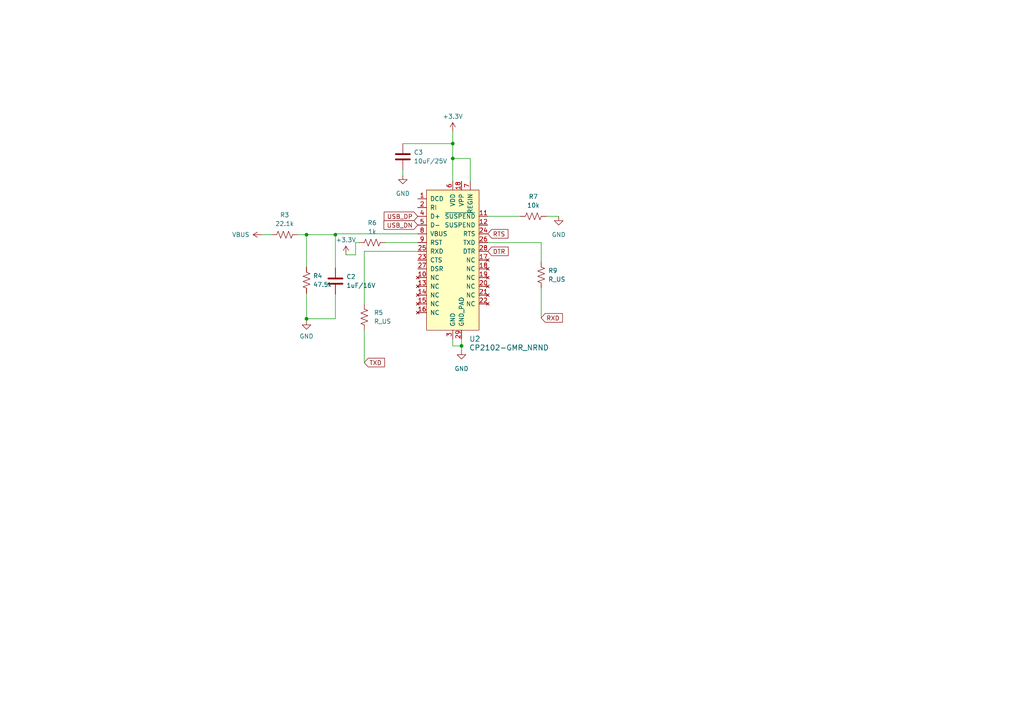
<source format=kicad_sch>
(kicad_sch (version 20230121) (generator eeschema)
  (paper "A4")
  (lib_symbols
    (symbol "Device:C" (pin_numbers hide) (pin_names (offset 0.254))
      (property "Reference" "C" (at 0.635 2.54 0))
      (property "Value" "C" (at 0.635 -2.54 0))
      (symbol "C_0_1"
        (polyline (pts (xy -2.032 -0.762) (xy 2.032 -0.762)) (stroke (width 0.508)))
        (polyline (pts (xy -2.032 0.762) (xy 2.032 0.762)) (stroke (width 0.508)))
      )
      (symbol "C_1_1"
        (pin passive line (at 0 3.81 270) (length 2.794) (name "~") (number "1"))
        (pin passive line (at 0 -3.81 90) (length 2.794) (name "~") (number "2"))
      )
    )
    (symbol "Device:R_US" (pin_numbers hide) (pin_names (offset 0))
      (property "Reference" "R" (at 2.54 0 90))
      (property "Value" "R_US" (at -2.54 0 90))
      (symbol "R_US_0_1"
        (polyline (pts (xy 0 -2.286) (xy 0 -2.54)))
        (polyline (pts (xy 0 2.286) (xy 0 2.54)))
        (polyline (pts (xy 0 -0.762) (xy 1.016 -1.143) (xy 0 -1.524) (xy -1.016 -1.905) (xy 0 -2.286)))
        (polyline (pts (xy 0 0.762) (xy 1.016 0.381) (xy 0 0) (xy -1.016 -0.381) (xy 0 -0.762)))
        (polyline (pts (xy 0 2.286) (xy 1.016 1.905) (xy 0 1.524) (xy -1.016 1.143) (xy 0 0.762)))
      )
      (symbol "R_US_1_1"
        (pin passive line (at 0 3.81 270) (length 1.27) (name "~") (number "1"))
        (pin passive line (at 0 -3.81 90) (length 1.27) (name "~") (number "2"))
      )
    )
    (symbol "dk_Interface-Controllers:CP2102-GMR_NRND" (pin_names (offset 1.016))
      (property "Reference" "U" (at -2.54 19.05 0))
      (property "Value" "CP2102-GMR_NRND" (at 2.54 -5.08 90))
      (symbol "CP2102-GMR_NRND_0_1"
        (rectangle (start -5.08 17.78) (end 10.16 -22.86) (fill (type background)))
      )
      (symbol "CP2102-GMR_NRND_1_1"
        (pin input line (at -7.62 15.24 0) (length 2.54) (name "DCD") (number "1"))
        (pin no_connect line (at -7.62 -7.62 0) (length 2.54) (name "NC") (number "10"))
        (pin output line (at 12.7 10.16 180) (length 2.54) (name "~{SUSPEND}") (number "11"))
        (pin output line (at 12.7 7.62 180) (length 2.54) (name "SUSPEND") (number "12"))
        (pin no_connect line (at -7.62 -10.16 0) (length 2.54) (name "NC") (number "13"))
        (pin no_connect line (at -7.62 -12.7 0) (length 2.54) (name "NC") (number "14"))
        (pin no_connect line (at -7.62 -15.24 0) (length 2.54) (name "NC") (number "15"))
        (pin no_connect line (at -7.62 -17.78 0) (length 2.54) (name "NC") (number "16"))
        (pin no_connect line (at 12.7 -2.54 180) (length 2.54) (name "NC") (number "17"))
        (pin no_connect line (at 12.7 -5.08 180) (length 2.54) (name "NC") (number "18"))
        (pin power_in line (at 5.08 20.32 270) (length 2.54) (name "VPP") (number "18"))
        (pin no_connect line (at 12.7 -7.62 180) (length 2.54) (name "NC") (number "19"))
        (pin input line (at -7.62 12.7 0) (length 2.54) (name "RI") (number "2"))
        (pin no_connect line (at 12.7 -10.16 180) (length 2.54) (name "NC") (number "20"))
        (pin no_connect line (at 12.7 -12.7 180) (length 2.54) (name "NC") (number "21"))
        (pin no_connect line (at 12.7 -15.24 180) (length 2.54) (name "NC") (number "22"))
        (pin input line (at -7.62 -2.54 0) (length 2.54) (name "CTS") (number "23"))
        (pin output line (at 12.7 5.08 180) (length 2.54) (name "RTS") (number "24"))
        (pin input line (at -7.62 0 0) (length 2.54) (name "RXD") (number "25"))
        (pin output line (at 12.7 2.54 180) (length 2.54) (name "TXD") (number "26"))
        (pin input line (at -7.62 -5.08 0) (length 2.54) (name "DSR") (number "27"))
        (pin output line (at 12.7 0 180) (length 2.54) (name "DTR") (number "28"))
        (pin power_in line (at 5.08 -25.4 90) (length 2.54) (name "GND_PAD") (number "29"))
        (pin power_in line (at 2.54 -25.4 90) (length 2.54) (name "GND") (number "3"))
        (pin bidirectional line (at -7.62 10.16 0) (length 2.54) (name "D+") (number "4"))
        (pin bidirectional line (at -7.62 7.62 0) (length 2.54) (name "D-") (number "5"))
        (pin passive line (at 2.54 20.32 270) (length 2.54) (name "VDD") (number "6"))
        (pin power_in line (at 7.62 20.32 270) (length 2.54) (name "REGIN") (number "7"))
        (pin input line (at -7.62 5.08 0) (length 2.54) (name "VBUS") (number "8"))
        (pin bidirectional line (at -7.62 2.54 0) (length 2.54) (name "RST") (number "9"))
      )
    )
    (symbol "power:+3.3V" (power) (pin_names (offset 0))
      (property "Value" "+3.3V" (at 0 3.556 0))
      (symbol "+3.3V_0_1"
        (polyline (pts (xy -0.762 1.27) (xy 0 2.54)))
        (polyline (pts (xy 0 0) (xy 0 2.54)))
        (polyline (pts (xy 0 2.54) (xy 0.762 1.27)))
      )
      (symbol "+3.3V_1_1"
        (pin power_in line (at 0 0 90) (length 0) hide (name "+3.3V") (number "1"))
      )
    )
    (symbol "power:GND" (power) (pin_names (offset 0))
      (property "Value" "GND" (at 0 -3.81 0))
      (symbol "GND_0_1"
        (polyline (pts (xy 0 0) (xy 0 -1.27) (xy 1.27 -1.27) (xy 0 -2.54) (xy -1.27 -1.27) (xy 0 -1.27)))
      )
      (symbol "GND_1_1"
        (pin power_in line (at 0 0 270) (length 0) hide (name "GND") (number "1"))
      )
    )
    (symbol "power:VBUS" (power) (pin_names (offset 0))
      (property "Value" "VBUS" (at 0 3.81 0))
      (symbol "VBUS_0_1"
        (polyline (pts (xy -0.762 1.27) (xy 0 2.54)))
        (polyline (pts (xy 0 0) (xy 0 2.54)))
        (polyline (pts (xy 0 2.54) (xy 0.762 1.27)))
      )
      (symbol "VBUS_1_1"
        (pin power_in line (at 0 0 90) (length 0) hide (name "VBUS") (number "1"))
      )
    )
  )
  (junction (at 133.858 100.33))
  (junction (at 97.282 68.072))
  (junction (at 131.318 45.974))
  (junction (at 131.318 41.656))
  (junction (at 88.9 68.072))
  (junction (at 88.9 92.456))
  (wire (pts (xy 131.318 45.974) (xy 136.398 45.974)))
  (wire (pts (xy 131.318 45.974) (xy 131.318 52.578)))
  (wire (pts (xy 116.84 50.8) (xy 116.84 49.276)))
  (wire (pts (xy 162.052 62.738) (xy 158.496 62.738)))
  (wire (pts (xy 97.282 67.818) (xy 121.158 67.818)))
  (wire (pts (xy 121.158 72.898) (xy 105.664 72.898)))
  (wire (pts (xy 75.946 68.072) (xy 78.74 68.072)))
  (wire (pts (xy 97.282 85.344) (xy 97.282 92.456)))
  (wire (pts (xy 97.282 68.072) (xy 97.282 77.724)))
  (wire (pts (xy 136.398 52.578) (xy 136.398 45.974)))
  (wire (pts (xy 131.318 41.656) (xy 131.318 45.974)))
  (wire (pts (xy 88.9 92.456) (xy 97.282 92.456)))
  (wire (pts (xy 133.858 98.298) (xy 133.858 100.33)))
  (wire (pts (xy 103.124 70.358) (xy 104.14 70.358)))
  (wire (pts (xy 141.478 62.738) (xy 150.876 62.738)))
  (wire (pts (xy 88.9 68.072) (xy 86.36 68.072)))
  (wire (pts (xy 131.318 38.1) (xy 131.318 41.656)))
  (wire (pts (xy 141.478 70.358) (xy 156.972 70.358)))
  (wire (pts (xy 133.858 100.33) (xy 133.858 101.6)))
  (wire (pts (xy 111.76 70.358) (xy 121.158 70.358)))
  (wire (pts (xy 131.318 98.298) (xy 131.318 100.33)))
  (wire (pts (xy 105.664 72.898) (xy 105.664 88.138)))
  (wire (pts (xy 88.9 68.072) (xy 88.9 77.47)))
  (wire (pts (xy 88.9 92.964) (xy 88.9 92.456)))
  (wire (pts (xy 156.972 70.358) (xy 156.972 75.946)))
  (wire (pts (xy 105.664 95.758) (xy 105.664 105.156)))
  (wire (pts (xy 97.282 67.818) (xy 97.282 68.072)))
  (wire (pts (xy 88.9 68.072) (xy 97.282 68.072)))
  (wire (pts (xy 88.9 92.456) (xy 88.9 85.09)))
  (wire (pts (xy 103.124 73.914) (xy 103.124 70.358)))
  (wire (pts (xy 131.318 100.33) (xy 133.858 100.33)))
  (wire (pts (xy 100.33 73.914) (xy 103.124 73.914)))
  (wire (pts (xy 156.972 83.566) (xy 156.972 92.202)))
  (wire (pts (xy 116.84 41.656) (xy 131.318 41.656)))
  (global_label "RXD" (shape input) (at 156.972 92.202 0) (property "Intersheetrefs" "${INTERSHEET_REFS}" (effects hide)))
  (global_label "USB_DP" (shape input) (at 121.158 62.738 180) (property "Intersheetrefs" "${INTERSHEET_REFS}" (effects hide)))
  (global_label "DTR" (shape input) (at 141.478 72.898 0) (property "Intersheetrefs" "${INTERSHEET_REFS}" (effects hide)))
  (global_label "TXD" (shape input) (at 105.664 105.156 0) (property "Intersheetrefs" "${INTERSHEET_REFS}" (effects hide)))
  (global_label "USB_DN" (shape input) (at 121.158 65.278 180) (property "Intersheetrefs" "${INTERSHEET_REFS}" (effects hide)))
  (global_label "RTS" (shape input) (at 141.478 67.818 0) (property "Intersheetrefs" "${INTERSHEET_REFS}" (effects hide)))
  (symbol (lib_id "Device:C") (at 116.84 45.466 0) (unit 1)
    (property "Reference" "C3" (at 120.015 44.196 0) (effects (justify left)))
    (property "Value" "10uF/25V" (at 120.015 46.736 0) (effects (justify left)))
  )
  (symbol (lib_id "power:GND") (at 88.9 92.964 0) (unit 1)
    (property "Reference" "#PWR042" (effects hide))
    (property "Value" "GND" (at 88.9 97.536 0))
  )
  (symbol (lib_id "Device:R_US") (at 82.55 68.072 90) (unit 1)
    (property "Reference" "R3" (at 82.55 62.357 90))
    (property "Value" "22.1k" (at 82.55 64.897 90))
  )
  (symbol (lib_id "power:GND") (at 116.84 50.8 0) (unit 1)
    (property "Reference" "#PWR044" (effects hide))
    (property "Value" "GND" (at 116.84 56.134 0))
  )
  (symbol (lib_id "power:+3.3V") (at 100.33 73.914 0) (unit 1)
    (property "Reference" "#PWR043" (effects hide))
    (property "Value" "+3.3V" (at 100.33 69.596 0))
  )
  (symbol (lib_id "Device:C") (at 97.282 81.534 0) (unit 1)
    (property "Reference" "C2" (at 100.457 80.264 0) (effects (justify left)))
    (property "Value" "1uF/16V" (at 100.457 82.804 0) (effects (justify left)))
  )
  (symbol (lib_id "Device:R_US") (at 88.9 81.28 180) (unit 1)
    (property "Reference" "R4" (at 90.805 80.01 0) (effects (justify right)))
    (property "Value" "47.5k" (at 90.805 82.55 0) (effects (justify right)))
  )
  (symbol (lib_id "Device:R_US") (at 154.686 62.738 90) (unit 1)
    (property "Reference" "R7" (at 154.686 57.023 90))
    (property "Value" "10k" (at 154.686 59.563 90))
  )
  (symbol (lib_id "Device:R_US") (at 107.95 70.358 90) (unit 1)
    (property "Reference" "R6" (at 107.95 64.643 90))
    (property "Value" "1k" (at 107.95 67.183 90))
  )
  (symbol (lib_id "power:GND") (at 133.858 101.6 0) (unit 1)
    (property "Reference" "#PWR046" (effects hide))
    (property "Value" "GND" (at 133.858 106.934 0))
  )
  (symbol (lib_id "Device:R_US") (at 156.972 79.756 180) (unit 1)
    (property "Reference" "R9" (at 159.004 78.486 0) (effects (justify right)))
    (property "Value" "R_US" (at 159.004 81.026 0) (effects (justify right)))
  )
  (symbol (lib_id "power:GND") (at 162.052 62.738 0) (unit 1)
    (property "Reference" "#PWR047" (effects hide))
    (property "Value" "GND" (at 162.052 68.072 0))
  )
  (symbol (lib_id "dk_Interface-Controllers:CP2102-GMR_NRND") (at 128.778 72.898 0) (unit 1)
    (property "Reference" "U2" (at 136.0521 98.298 0) (effects (font (size 1.524 1.524)) (justify left)))
    (property "Value" "CP2102-GMR_NRND" (at 136.0521 100.838 0) (effects (font (size 1.524 1.524)) (justify left)))
    (property "Footprint" "digikey-footprints:VFQFN-28-1EP_5x5mm" (effects hide))
    (property "Datasheet" "https://www.silabs.com/documents/public/data-sheets/CP2102-9.pdf" (effects hide))
    (property "Digi-Key_PN" "336-1160-1-ND" (effects hide))
    (property "MPN" "CP2102-GMR" (effects hide))
    (property "Category" "Integrated Circuits (ICs)" (effects hide))
    (property "Family" "Interface - Controllers" (effects hide))
    (property "DK_Datasheet_Link" "https://www.silabs.com/documents/public/data-sheets/CP2102-9.pdf" (effects hide))
    (property "DK_Detail_Page" "/product-detail/en/silicon-labs/CP2102-GMR/336-1160-1-ND/3672615" (effects hide))
    (property "Description" "IC USB-TO-UART BRIDGE 28VQFN" (effects hide))
    (property "Manufacturer" "Silicon Labs" (effects hide))
    (property "Status" "Not For New Designs" (effects hide))
  )
  (symbol (lib_id "Device:R_US") (at 105.664 91.948 180) (unit 1)
    (property "Reference" "R5" (at 108.458 90.678 0) (effects (justify right)))
    (property "Value" "R_US" (at 108.458 93.218 0) (effects (justify right)))
  )
  (symbol (lib_id "power:+3.3V") (at 131.318 38.1 0) (unit 1)
    (property "Reference" "#PWR045" (effects hide))
    (property "Value" "+3.3V" (at 131.318 33.782 0))
  )
  (symbol (lib_id "power:VBUS") (at 75.946 68.072 90) (unit 1)
    (property "Reference" "#PWR041" (effects hide))
    (property "Value" "VBUS" (at 72.39 68.072 90) (effects (justify left)))
  )
)
</source>
